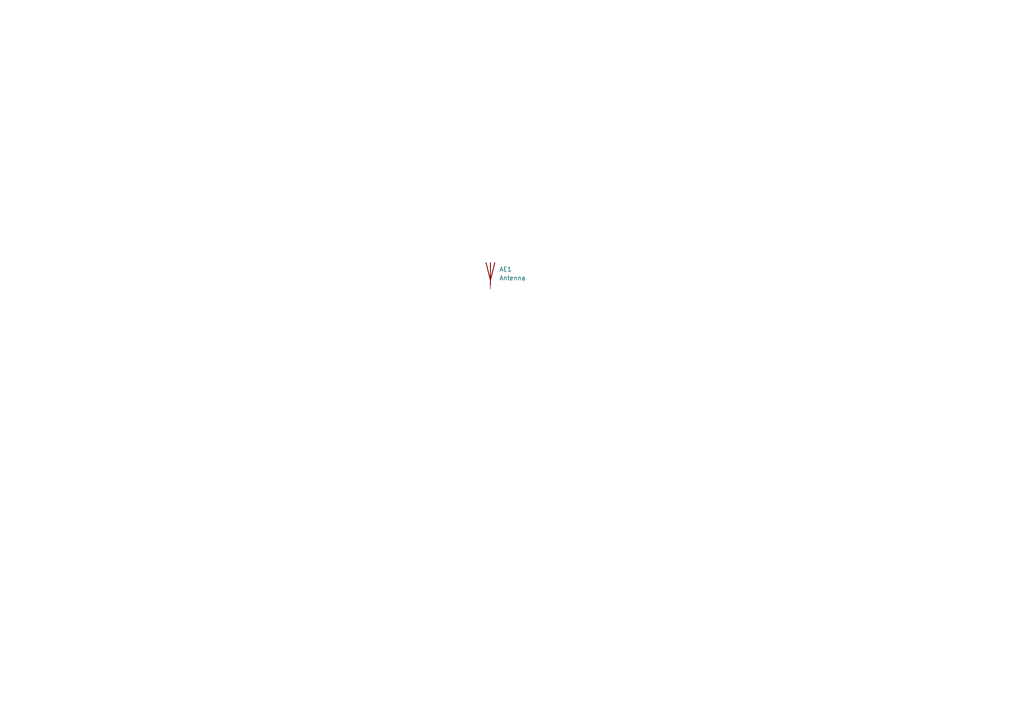
<source format=kicad_sch>
(kicad_sch (version 20231120) (generator "eeschema") (generator_version "8.0")
  (paper "A4")
  (lib_symbols
    (symbol "Device:Antenna" (pin_numbers hide) (pin_names (offset 1.016) hide)
      (property "Reference" "AE" (at -1.905 1.905 0))
      (property "Value" "Antenna" (at -1.905 0 0))
      (symbol "Antenna_0_1"
        (polyline (pts (xy 0 2.54) (xy 0 -3.81)) (stroke (width 0.254)))
        (polyline (pts (xy 1.27 2.54) (xy 0 -2.54) (xy -1.27 2.54)) (stroke (width 0.254)))
      )
      (symbol "Antenna_1_1"
        (pin input line (at 0 -5.08 90) (length 2.54) (name "A") (number "1"))
      )
    )
  )
  (symbol (lib_id "Device:Antenna") (at 142.24 78.74 0) (unit 1)
    (property "Reference" "AE1" (at 144.78 78.1049 0) (effects (justify left)))
    (property "Value" "Antenna" (at 144.78 80.6449 0) (effects (justify left)))
    (property "Footprint" "EMC_antenna:EMC_antenna" (effects (hide yes)))
    (property "Description" "Antenna" (effects (hide yes)))
  )
)
</source>
